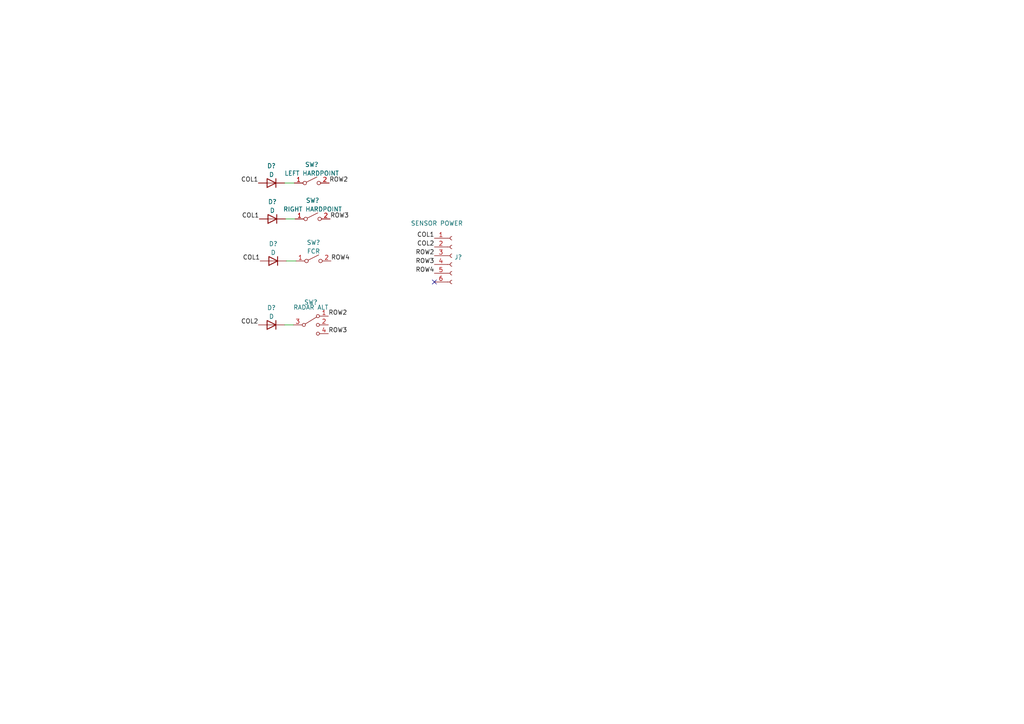
<source format=kicad_sch>
(kicad_sch (version 20211123) (generator eeschema)
  (paper "A4")
  (lib_symbols
    (symbol "Connector:Conn_01x06_Female" (pin_names (offset 1.016) hide)
      (property "Reference" "J" (at 0 7.62 0))
      (property "Value" "Conn_01x06_Female" (at 0 -10.16 0))
      (symbol "Conn_01x06_Female_1_1"
        (arc (start 0 -7.112) (mid -0.508 -7.62) (end 0 -8.128) (stroke (width 0.1524)))
        (arc (start 0 -4.572) (mid -0.508 -5.08) (end 0 -5.588) (stroke (width 0.1524)))
        (arc (start 0 -2.032) (mid -0.508 -2.54) (end 0 -3.048) (stroke (width 0.1524)))
        (polyline (pts (xy -1.27 -7.62) (xy -0.508 -7.62)) (stroke (width 0.1524)))
        (polyline (pts (xy -1.27 -5.08) (xy -0.508 -5.08)) (stroke (width 0.1524)))
        (polyline (pts (xy -1.27 -2.54) (xy -0.508 -2.54)) (stroke (width 0.1524)))
        (polyline (pts (xy -1.27 0) (xy -0.508 0)) (stroke (width 0.1524)))
        (polyline (pts (xy -1.27 2.54) (xy -0.508 2.54)) (stroke (width 0.1524)))
        (polyline (pts (xy -1.27 5.08) (xy -0.508 5.08)) (stroke (width 0.1524)))
        (arc (start 0 0.508) (mid -0.508 0) (end 0 -0.508) (stroke (width 0.1524)))
        (arc (start 0 3.048) (mid -0.508 2.54) (end 0 2.032) (stroke (width 0.1524)))
        (arc (start 0 5.588) (mid -0.508 5.08) (end 0 4.572) (stroke (width 0.1524)))
        (pin passive line (at -5.08 5.08 0) (length 3.81) (name "Pin_1") (number "1"))
        (pin passive line (at -5.08 2.54 0) (length 3.81) (name "Pin_2") (number "2"))
        (pin passive line (at -5.08 0 0) (length 3.81) (name "Pin_3") (number "3"))
        (pin passive line (at -5.08 -2.54 0) (length 3.81) (name "Pin_4") (number "4"))
        (pin passive line (at -5.08 -5.08 0) (length 3.81) (name "Pin_5") (number "5"))
        (pin passive line (at -5.08 -7.62 0) (length 3.81) (name "Pin_6") (number "6"))
      )
    )
    (symbol "Device:D" (pin_numbers hide) (pin_names (offset 1.016) hide)
      (property "Reference" "D" (at 0 2.54 0))
      (property "Value" "D" (at 0 -2.54 0))
      (symbol "D_0_1"
        (polyline (pts (xy -1.27 1.27) (xy -1.27 -1.27)) (stroke (width 0.254)))
        (polyline (pts (xy 1.27 0) (xy -1.27 0)))
        (polyline (pts (xy 1.27 1.27) (xy 1.27 -1.27) (xy -1.27 0) (xy 1.27 1.27)) (stroke (width 0.254)))
      )
      (symbol "D_1_1"
        (pin passive line (at -3.81 0 0) (length 2.54) (name "K") (number "1"))
        (pin passive line (at 3.81 0 180) (length 2.54) (name "A") (number "2"))
      )
    )
    (symbol "Switch:SW_SP3T" (pin_names (offset 0) hide)
      (property "Reference" "SW" (at 0 5.08 0))
      (property "Value" "SW_SP3T" (at 0 -5.08 0))
      (symbol "SW_SP3T_0_1"
        (circle (center -2.032 0) (radius 0.4572))
        (polyline (pts (xy -1.651 0.254) (xy 1.651 2.286)))
        (circle (center 2.032 -2.54) (radius 0.4572))
        (circle (center 2.032 0) (radius 0.4572))
        (circle (center 2.032 2.54) (radius 0.4572))
      )
      (symbol "SW_SP3T_1_1"
        (pin passive line (at 5.08 2.54 180) (length 2.54) (name "1") (number "1"))
        (pin passive line (at 5.08 0 180) (length 2.54) (name "2") (number "2"))
        (pin passive line (at -5.08 0 0) (length 2.54) (name "3") (number "3"))
        (pin passive line (at 5.08 -2.54 180) (length 2.54) (name "4") (number "4"))
      )
    )
    (symbol "Switch:SW_SPST" (pin_names (offset 0) hide)
      (property "Reference" "SW" (at 0 3.175 0))
      (property "Value" "SW_SPST" (at 0 -2.54 0))
      (symbol "SW_SPST_0_0"
        (circle (center -2.032 0) (radius 0.508))
        (polyline (pts (xy -1.524 0.254) (xy 1.524 1.778)))
        (circle (center 2.032 0) (radius 0.508))
      )
      (symbol "SW_SPST_1_1"
        (pin passive line (at -5.08 0 0) (length 2.54) (name "A") (number "1"))
        (pin passive line (at 5.08 0 180) (length 2.54) (name "B") (number "2"))
      )
    )
  )
  (no_connect (at 125.984 81.788))
  (wire (pts (xy 82.804 63.5) (xy 85.598 63.5)))
  (wire (pts (xy 83.058 75.692) (xy 85.852 75.692)))
  (wire (pts (xy 82.55 94.234) (xy 85.09 94.234)))
  (wire (pts (xy 82.55 53.086) (xy 85.344 53.086)))
  (label "COL1" (at 74.93 53.086 180))
  (label "COL1" (at 125.984 69.088 180))
  (label "ROW3" (at 95.758 63.5 0))
  (label "COL2" (at 74.93 94.234 180))
  (label "ROW4" (at 125.984 79.248 180))
  (label "COL1" (at 75.184 63.5 180))
  (label "ROW2" (at 95.25 91.694 0))
  (label "ROW3" (at 125.984 76.708 180))
  (label "ROW3" (at 95.25 96.774 0))
  (label "ROW4" (at 96.012 75.692 0))
  (label "ROW2" (at 95.504 53.086 0))
  (label "COL1" (at 75.438 75.692 180))
  (label "ROW2" (at 125.984 74.168 180))
  (label "COL2" (at 125.984 71.628 180))
  (symbol (lib_id "Device:D") (at 79.248 75.692 180) (unit 1)
    (property "Reference" "D?" (at 79.248 70.7222 0))
    (property "Value" "D" (at 79.248 73.2591 0))
  )
  (symbol (lib_id "Switch:SW_SPST") (at 90.932 75.692 0) (unit 1)
    (property "Reference" "SW?" (at 90.932 70.3412 0))
    (property "Value" "FCR" (at 90.932 72.8781 0))
  )
  (symbol (lib_id "Device:D") (at 78.74 94.234 180) (unit 1)
    (property "Reference" "D?" (at 78.74 89.2642 0))
    (property "Value" "D" (at 78.74 91.8011 0))
  )
  (symbol (lib_id "Connector:Conn_01x06_Female") (at 131.064 74.168 0) (unit 1)
    (property "Reference" "J?" (at 131.7752 74.6033 0) (effects (justify left)))
    (property "Value" "SENSOR POWER" (at 119.126 64.77 0) (effects (justify left)))
  )
  (symbol (lib_id "Switch:SW_SPST") (at 90.424 53.086 0) (unit 1)
    (property "Reference" "SW?" (at 90.424 47.7352 0))
    (property "Value" "LEFT HARDPOINT" (at 90.424 50.2721 0))
  )
  (symbol (lib_id "Switch:SW_SPST") (at 90.678 63.5 0) (unit 1)
    (property "Reference" "SW?" (at 90.678 58.1492 0))
    (property "Value" "RIGHT HARDPOINT" (at 90.678 60.6861 0))
  )
  (symbol (lib_id "Device:D") (at 78.74 53.086 180) (unit 1)
    (property "Reference" "D?" (at 78.74 48.1162 0))
    (property "Value" "D" (at 78.74 50.6531 0))
  )
  (symbol (lib_id "Device:D") (at 78.994 63.5 180) (unit 1)
    (property "Reference" "D?" (at 78.994 58.5302 0))
    (property "Value" "D" (at 78.994 61.0671 0))
  )
  (symbol (lib_id "Switch:SW_SP3T") (at 90.17 94.234 0) (unit 1)
    (property "Reference" "SW?" (at 90.17 87.664 0))
    (property "Value" "RADAR ALT" (at 90.17 89.154 0))
  )
)
</source>
